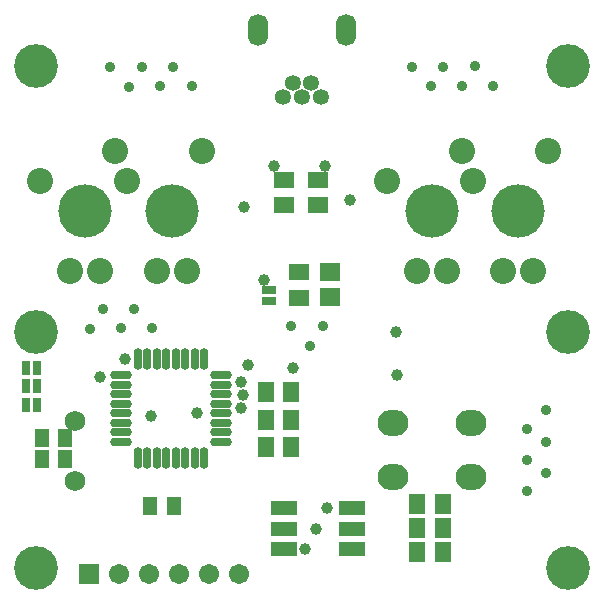
<source format=gbs>
%FSLAX25Y25*%
%MOIN*%
G70*
G01*
G75*
G04 Layer_Color=16711935*
%ADD10R,0.04921X0.07284*%
%ADD11R,0.09252X0.09449*%
%ADD12C,0.02756*%
%ADD13C,0.03150*%
%ADD14C,0.01969*%
%ADD15C,0.05906*%
%ADD16R,0.05906X0.05906*%
%ADD17C,0.06000*%
%ADD18O,0.09449X0.07874*%
%ADD19C,0.07874*%
%ADD20O,0.05906X0.09843*%
%ADD21C,0.04528*%
%ADD22C,0.02756*%
%ADD23C,0.03150*%
%ADD24C,0.13780*%
%ADD25C,0.17000*%
%ADD26R,0.08268X0.03937*%
%ADD27R,0.04500X0.05906*%
%ADD28R,0.02362X0.03937*%
%ADD29R,0.06299X0.05118*%
%ADD30R,0.05906X0.04500*%
%ADD31O,0.06496X0.02165*%
%ADD32O,0.02165X0.06496*%
%ADD33R,0.04000X0.05512*%
%ADD34R,0.03937X0.02362*%
%ADD35C,0.02362*%
%ADD36C,0.00315*%
%ADD37C,0.00197*%
%ADD38C,0.01000*%
%ADD39C,0.00984*%
%ADD40C,0.00787*%
%ADD41C,0.01181*%
%ADD42R,0.02165X0.07284*%
%ADD43R,0.89963X0.10959*%
%ADD44R,0.05721X0.08083*%
%ADD45R,0.10052X0.10249*%
%ADD46C,0.06706*%
%ADD47R,0.06706X0.06706*%
%ADD48C,0.06800*%
%ADD49O,0.10249X0.08674*%
%ADD50C,0.08674*%
%ADD51O,0.06706X0.10642*%
%ADD52C,0.05328*%
%ADD53C,0.03556*%
%ADD54C,0.03950*%
%ADD55C,0.14579*%
%ADD56C,0.17800*%
%ADD57R,0.09068X0.04737*%
%ADD58R,0.05300X0.06706*%
%ADD59R,0.03162X0.04737*%
%ADD60R,0.07099X0.05918*%
%ADD61R,0.06706X0.05300*%
%ADD62O,0.07296X0.02965*%
%ADD63O,0.02965X0.07296*%
%ADD64R,0.04800X0.06312*%
%ADD65R,0.04737X0.03162*%
D46*
X67451Y-169531D02*
D03*
X57451D02*
D03*
X47451D02*
D03*
X37451D02*
D03*
X27451D02*
D03*
D47*
X17451D02*
D03*
D48*
X13058Y-118416D02*
D03*
Y-138416D02*
D03*
D49*
X118849Y-118939D02*
D03*
X144833D02*
D03*
X118849Y-137049D02*
D03*
X144833D02*
D03*
D50*
X50158Y-68416D02*
D03*
X40158D02*
D03*
X30158Y-38416D02*
D03*
X55158Y-28416D02*
D03*
X136781Y-68565D02*
D03*
X126781D02*
D03*
X116781Y-38565D02*
D03*
X141781Y-28565D02*
D03*
X165713Y-68565D02*
D03*
X155713D02*
D03*
X145713Y-38565D02*
D03*
X170713Y-28565D02*
D03*
X21082Y-68416D02*
D03*
X11082D02*
D03*
X1082Y-38416D02*
D03*
X26082Y-28416D02*
D03*
D51*
X74016Y11781D02*
D03*
X103150D02*
D03*
D52*
X88583Y-10463D02*
D03*
X85433Y-5739D02*
D03*
X82284Y-10463D02*
D03*
X91732Y-5739D02*
D03*
X94882Y-10463D02*
D03*
D53*
X91153Y-93256D02*
D03*
X95418Y-86879D02*
D03*
X84970D02*
D03*
X152314Y-6594D02*
D03*
X146131Y-217D02*
D03*
X125237Y-357D02*
D03*
X135684D02*
D03*
X131420Y-6734D02*
D03*
X141867D02*
D03*
X24736Y-572D02*
D03*
X30919Y-6949D02*
D03*
X51814Y-6810D02*
D03*
X41366D02*
D03*
X45631Y-433D02*
D03*
X35184D02*
D03*
X22109Y-81164D02*
D03*
X32556D02*
D03*
X28292Y-87541D02*
D03*
X38739D02*
D03*
X17845Y-87681D02*
D03*
X163535Y-131458D02*
D03*
Y-121011D02*
D03*
X169912Y-125275D02*
D03*
Y-114828D02*
D03*
X170052Y-135722D02*
D03*
X163674Y-141905D02*
D03*
D54*
X70504Y-99902D02*
D03*
X89645Y-161214D02*
D03*
X93309Y-154324D02*
D03*
X96754Y-147327D02*
D03*
X68818Y-109675D02*
D03*
X68384Y-114076D02*
D03*
X68365Y-105332D02*
D03*
X79082Y-33521D02*
D03*
X21225Y-103616D02*
D03*
X38313Y-116884D02*
D03*
X29444Y-97842D02*
D03*
X53497Y-115829D02*
D03*
X120237Y-102969D02*
D03*
X119956Y-88842D02*
D03*
X85568Y-100872D02*
D03*
X69083Y-47076D02*
D03*
X104735Y-44776D02*
D03*
X75962Y-71366D02*
D03*
X96368Y-33356D02*
D03*
D55*
X0Y-167323D02*
D03*
X177165D02*
D03*
X0Y0D02*
D03*
X177165D02*
D03*
Y-88583D02*
D03*
X0D02*
D03*
D56*
X45158Y-48416D02*
D03*
X131781Y-48565D02*
D03*
X160713D02*
D03*
X16082Y-48416D02*
D03*
D57*
X82576Y-147435D02*
D03*
Y-154324D02*
D03*
Y-161214D02*
D03*
X105214D02*
D03*
Y-154324D02*
D03*
Y-147435D02*
D03*
D58*
X135579Y-146101D02*
D03*
X127079D02*
D03*
X135579Y-154101D02*
D03*
X127079D02*
D03*
X135579Y-162101D02*
D03*
X127079D02*
D03*
X76471Y-108854D02*
D03*
X84971D02*
D03*
Y-126988D02*
D03*
X76471D02*
D03*
X84971Y-117940D02*
D03*
X76471D02*
D03*
D59*
X-3381Y-100731D02*
D03*
X162D02*
D03*
X-3381Y-106850D02*
D03*
X162D02*
D03*
X-3381Y-112969D02*
D03*
X162D02*
D03*
D60*
X97889Y-76981D02*
D03*
Y-68681D02*
D03*
D61*
X87672Y-77289D02*
D03*
Y-68789D02*
D03*
X94067Y-37917D02*
D03*
Y-46417D02*
D03*
X82746Y-37917D02*
D03*
Y-46417D02*
D03*
D62*
X61442Y-125261D02*
D03*
Y-122111D02*
D03*
Y-118962D02*
D03*
Y-115812D02*
D03*
Y-112662D02*
D03*
Y-109513D02*
D03*
Y-106363D02*
D03*
Y-103214D02*
D03*
X28371D02*
D03*
Y-106363D02*
D03*
Y-109513D02*
D03*
Y-112662D02*
D03*
Y-115812D02*
D03*
Y-118962D02*
D03*
Y-122111D02*
D03*
Y-125261D02*
D03*
D63*
X55930Y-97702D02*
D03*
X52781D02*
D03*
X49631D02*
D03*
X46481D02*
D03*
X43332D02*
D03*
X40182D02*
D03*
X37033D02*
D03*
X33883D02*
D03*
Y-130773D02*
D03*
X37033D02*
D03*
X40182D02*
D03*
X43332D02*
D03*
X46481D02*
D03*
X49631D02*
D03*
X52781D02*
D03*
X55930D02*
D03*
D64*
X1781Y-131103D02*
D03*
X9581D02*
D03*
X1878Y-124057D02*
D03*
X9678D02*
D03*
X45814Y-146652D02*
D03*
X38014D02*
D03*
D65*
X77646Y-78358D02*
D03*
Y-74815D02*
D03*
M02*

</source>
